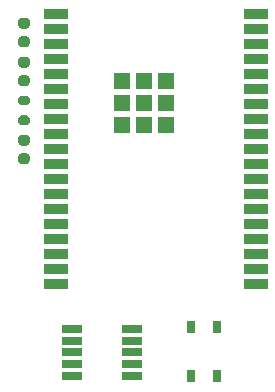
<source format=gbr>
%TF.GenerationSoftware,KiCad,Pcbnew,(5.1.9)-1*%
%TF.CreationDate,2021-03-30T21:26:33+02:00*%
%TF.ProjectId,plant,706c616e-742e-46b6-9963-61645f706362,rev?*%
%TF.SameCoordinates,Original*%
%TF.FileFunction,Paste,Top*%
%TF.FilePolarity,Positive*%
%FSLAX46Y46*%
G04 Gerber Fmt 4.6, Leading zero omitted, Abs format (unit mm)*
G04 Created by KiCad (PCBNEW (5.1.9)-1) date 2021-03-30 21:26:33*
%MOMM*%
%LPD*%
G01*
G04 APERTURE LIST*
%ADD10R,0.650000X1.050000*%
%ADD11R,1.750000X0.700000*%
%ADD12R,1.330000X1.330000*%
%ADD13R,2.000000X0.900000*%
G04 APERTURE END LIST*
D10*
%TO.C,SW1*%
X167073000Y-99230000D03*
X167073000Y-95080000D03*
X169223000Y-99230000D03*
X169223000Y-95080000D03*
%TD*%
D11*
%TO.C,IC2*%
X162087000Y-95187000D03*
X162087000Y-96187000D03*
X162087000Y-97187000D03*
X162087000Y-98187000D03*
X162087000Y-99187000D03*
X156937000Y-99187000D03*
X156937000Y-98187000D03*
X156937000Y-97187000D03*
X156937000Y-96187000D03*
X156937000Y-95187000D03*
%TD*%
D12*
%TO.C,IC1*%
X164919000Y-77915000D03*
X163084000Y-77915000D03*
X161249000Y-77915000D03*
X164919000Y-74245000D03*
X163084000Y-74245000D03*
X161249000Y-74245000D03*
X164919000Y-76080000D03*
X161249000Y-76080000D03*
X163084000Y-76080000D03*
D13*
X172584000Y-68580000D03*
X172584000Y-69850000D03*
X172584000Y-71120000D03*
X172584000Y-72390000D03*
X172584000Y-73660000D03*
X172584000Y-74930000D03*
X172584000Y-76200000D03*
X172584000Y-77470000D03*
X172584000Y-78740000D03*
X172584000Y-80010000D03*
X172584000Y-81280000D03*
X172584000Y-82550000D03*
X172584000Y-83820000D03*
X172584000Y-85090000D03*
X172584000Y-86360000D03*
X172584000Y-87630000D03*
X172584000Y-88900000D03*
X172584000Y-90170000D03*
X172584000Y-91440000D03*
X155584000Y-91440000D03*
X155584000Y-90170000D03*
X155584000Y-88900000D03*
X155584000Y-87630000D03*
X155584000Y-86360000D03*
X155584000Y-85090000D03*
X155584000Y-83820000D03*
X155584000Y-82550000D03*
X155584000Y-81280000D03*
X155584000Y-80010000D03*
X155584000Y-78740000D03*
X155584000Y-77470000D03*
X155584000Y-76200000D03*
X155584000Y-74930000D03*
X155584000Y-73660000D03*
X155584000Y-72390000D03*
X155584000Y-71120000D03*
X155584000Y-69850000D03*
X155584000Y-68580000D03*
%TD*%
%TO.C,R1*%
G36*
G01*
X152633000Y-75483000D02*
X153183000Y-75483000D01*
G75*
G02*
X153383000Y-75683000I0J-200000D01*
G01*
X153383000Y-76083000D01*
G75*
G02*
X153183000Y-76283000I-200000J0D01*
G01*
X152633000Y-76283000D01*
G75*
G02*
X152433000Y-76083000I0J200000D01*
G01*
X152433000Y-75683000D01*
G75*
G02*
X152633000Y-75483000I200000J0D01*
G01*
G37*
G36*
G01*
X152633000Y-77133000D02*
X153183000Y-77133000D01*
G75*
G02*
X153383000Y-77333000I0J-200000D01*
G01*
X153383000Y-77733000D01*
G75*
G02*
X153183000Y-77933000I-200000J0D01*
G01*
X152633000Y-77933000D01*
G75*
G02*
X152433000Y-77733000I0J200000D01*
G01*
X152433000Y-77333000D01*
G75*
G02*
X152633000Y-77133000I200000J0D01*
G01*
G37*
%TD*%
%TO.C,C3*%
G36*
G01*
X153158000Y-74631000D02*
X152658000Y-74631000D01*
G75*
G02*
X152433000Y-74406000I0J225000D01*
G01*
X152433000Y-73956000D01*
G75*
G02*
X152658000Y-73731000I225000J0D01*
G01*
X153158000Y-73731000D01*
G75*
G02*
X153383000Y-73956000I0J-225000D01*
G01*
X153383000Y-74406000D01*
G75*
G02*
X153158000Y-74631000I-225000J0D01*
G01*
G37*
G36*
G01*
X153158000Y-73081000D02*
X152658000Y-73081000D01*
G75*
G02*
X152433000Y-72856000I0J225000D01*
G01*
X152433000Y-72406000D01*
G75*
G02*
X152658000Y-72181000I225000J0D01*
G01*
X153158000Y-72181000D01*
G75*
G02*
X153383000Y-72406000I0J-225000D01*
G01*
X153383000Y-72856000D01*
G75*
G02*
X153158000Y-73081000I-225000J0D01*
G01*
G37*
%TD*%
%TO.C,C2*%
G36*
G01*
X152658000Y-68879000D02*
X153158000Y-68879000D01*
G75*
G02*
X153383000Y-69104000I0J-225000D01*
G01*
X153383000Y-69554000D01*
G75*
G02*
X153158000Y-69779000I-225000J0D01*
G01*
X152658000Y-69779000D01*
G75*
G02*
X152433000Y-69554000I0J225000D01*
G01*
X152433000Y-69104000D01*
G75*
G02*
X152658000Y-68879000I225000J0D01*
G01*
G37*
G36*
G01*
X152658000Y-70429000D02*
X153158000Y-70429000D01*
G75*
G02*
X153383000Y-70654000I0J-225000D01*
G01*
X153383000Y-71104000D01*
G75*
G02*
X153158000Y-71329000I-225000J0D01*
G01*
X152658000Y-71329000D01*
G75*
G02*
X152433000Y-71104000I0J225000D01*
G01*
X152433000Y-70654000D01*
G75*
G02*
X152658000Y-70429000I225000J0D01*
G01*
G37*
%TD*%
%TO.C,C1*%
G36*
G01*
X153158000Y-81235000D02*
X152658000Y-81235000D01*
G75*
G02*
X152433000Y-81010000I0J225000D01*
G01*
X152433000Y-80560000D01*
G75*
G02*
X152658000Y-80335000I225000J0D01*
G01*
X153158000Y-80335000D01*
G75*
G02*
X153383000Y-80560000I0J-225000D01*
G01*
X153383000Y-81010000D01*
G75*
G02*
X153158000Y-81235000I-225000J0D01*
G01*
G37*
G36*
G01*
X153158000Y-79685000D02*
X152658000Y-79685000D01*
G75*
G02*
X152433000Y-79460000I0J225000D01*
G01*
X152433000Y-79010000D01*
G75*
G02*
X152658000Y-78785000I225000J0D01*
G01*
X153158000Y-78785000D01*
G75*
G02*
X153383000Y-79010000I0J-225000D01*
G01*
X153383000Y-79460000D01*
G75*
G02*
X153158000Y-79685000I-225000J0D01*
G01*
G37*
%TD*%
M02*

</source>
